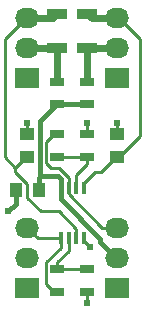
<source format=gbr>
G04 #@! TF.FileFunction,Copper,L1,Top,Signal*
%FSLAX46Y46*%
G04 Gerber Fmt 4.6, Leading zero omitted, Abs format (unit mm)*
G04 Created by KiCad (PCBNEW 4.0.2-stable) date Friday, April 10, 2020 'PMt' 07:46:05 PM*
%MOMM*%
G01*
G04 APERTURE LIST*
%ADD10C,0.100000*%
%ADD11R,1.250000X1.000000*%
%ADD12R,2.032000X1.727200*%
%ADD13O,2.032000X1.727200*%
%ADD14R,1.300000X0.700000*%
%ADD15R,1.700000X0.900000*%
%ADD16R,0.400000X1.100000*%
%ADD17R,1.000000X1.250000*%
%ADD18C,0.609600*%
%ADD19C,0.609600*%
%ADD20C,0.457200*%
%ADD21C,0.254000*%
G04 APERTURE END LIST*
D10*
D11*
X2540000Y13605000D03*
X2540000Y15605000D03*
X10160000Y13605000D03*
X10160000Y15605000D03*
D12*
X2540000Y20320000D03*
D13*
X2540000Y22860000D03*
X2540000Y25400000D03*
D12*
X10160000Y20320000D03*
D13*
X10160000Y22860000D03*
X10160000Y25400000D03*
D12*
X2540000Y2540000D03*
D13*
X2540000Y5080000D03*
X2540000Y7620000D03*
D12*
X10160000Y2540000D03*
D13*
X10160000Y5080000D03*
X10160000Y7620000D03*
D14*
X5080000Y18100000D03*
X5080000Y20000000D03*
X7620000Y18100000D03*
X7620000Y20000000D03*
D15*
X5080000Y25760000D03*
X5080000Y22860000D03*
X7620000Y25760000D03*
X7620000Y22860000D03*
D14*
X5080000Y2225000D03*
X5080000Y4125000D03*
X7620000Y4125000D03*
X7620000Y2225000D03*
X5080000Y15555000D03*
X5080000Y13655000D03*
X7620000Y13655000D03*
X7620000Y15555000D03*
D16*
X5375000Y6740000D03*
X6025000Y6740000D03*
X6675000Y6740000D03*
X7325000Y6740000D03*
X7325000Y11040000D03*
X6675000Y11040000D03*
X6025000Y11040000D03*
X5375000Y11040000D03*
D17*
X3540000Y10795000D03*
X1540000Y10795000D03*
D18*
X889000Y9017000D03*
X7874000Y5969000D03*
X7620000Y1270000D03*
X7620000Y16510000D03*
X10160000Y16510000D03*
X2540000Y16510000D03*
D19*
X5080000Y22860000D02*
X5080000Y20000000D01*
X2540000Y22860000D02*
X5080000Y22860000D01*
D20*
X1540000Y10795000D02*
X1540000Y9668000D01*
X1540000Y9668000D02*
X889000Y9017000D01*
D21*
X7325000Y6740000D02*
X7325000Y6518000D01*
X7325000Y6518000D02*
X7874000Y5969000D01*
X7620000Y2225000D02*
X7620000Y1270000D01*
X7620000Y15555000D02*
X7620000Y16510000D01*
X10160000Y15605000D02*
X10160000Y16510000D01*
X2540000Y15605000D02*
X2540000Y16510000D01*
D19*
X7620000Y22860000D02*
X10160000Y22860000D01*
X7620000Y20000000D02*
X7620000Y22860000D01*
D21*
X6675000Y6740000D02*
X6675000Y7544000D01*
X5202010Y9016990D02*
X3690088Y9016990D01*
X3690088Y9016990D02*
X2540000Y10167078D01*
X2540000Y10167078D02*
X2540000Y11346564D01*
X6675000Y7544000D02*
X5202010Y9016990D01*
X2540000Y11346564D02*
X1519000Y12367564D01*
X1519000Y12367564D02*
X1519000Y12700000D01*
X1519000Y12700000D02*
X635000Y13584000D01*
X1519000Y12709000D02*
X1519000Y12700000D01*
X2540000Y13605000D02*
X2415000Y13605000D01*
X2415000Y13605000D02*
X1519000Y12709000D01*
X635000Y13584000D02*
X635000Y23647400D01*
X2387600Y25400000D02*
X2540000Y25400000D01*
X635000Y23647400D02*
X2387600Y25400000D01*
D19*
X2540000Y25400000D02*
X4720000Y25400000D01*
X4720000Y25400000D02*
X5080000Y25760000D01*
D21*
X8254000Y12319000D02*
X8749000Y12319000D01*
X8749000Y12319000D02*
X10035000Y13605000D01*
X10035000Y13605000D02*
X10160000Y13605000D01*
X7325000Y11390000D02*
X8254000Y12319000D01*
X12065000Y15367000D02*
X12065000Y23647400D01*
X10160000Y13605000D02*
X10285000Y13605000D01*
X12047000Y15367000D02*
X12065000Y15367000D01*
X10285000Y13605000D02*
X12047000Y15367000D01*
X7325000Y11040000D02*
X7325000Y11390000D01*
X12065000Y23647400D02*
X10312400Y25400000D01*
X10312400Y25400000D02*
X10160000Y25400000D01*
D19*
X10160000Y25400000D02*
X7980000Y25400000D01*
X7980000Y25400000D02*
X7620000Y25760000D01*
D20*
X5375000Y11770000D02*
X5165212Y11979788D01*
X5165212Y11979788D02*
X3642588Y11979788D01*
X5375000Y11040000D02*
X5375000Y11770000D01*
X3540000Y10795000D02*
X3540000Y11877200D01*
X3540000Y11877200D02*
X3642588Y11979788D01*
X3642588Y11979788D02*
X3642588Y12115212D01*
X5080000Y18100000D02*
X7620000Y18100000D01*
X5375000Y11040000D02*
X5375000Y10032800D01*
X5375000Y10032800D02*
X8686800Y6721000D01*
X8686800Y6721000D02*
X8686800Y6400800D01*
X8686800Y6400800D02*
X10007600Y5080000D01*
X10007600Y5080000D02*
X10160000Y5080000D01*
X5080000Y18100000D02*
X3642588Y16662588D01*
X3642588Y16662588D02*
X3642588Y12115212D01*
D21*
X5375000Y6740000D02*
X3420000Y6740000D01*
X3420000Y6740000D02*
X2540000Y7620000D01*
X5080000Y2225000D02*
X4780000Y2225000D01*
X5375000Y5936000D02*
X5375000Y6740000D01*
X4780000Y2225000D02*
X4150599Y2854401D01*
X4150599Y2854401D02*
X4150599Y4711599D01*
X4150599Y4711599D02*
X5375000Y5936000D01*
X6025000Y10485000D02*
X6025000Y11040000D01*
X8890000Y7620000D02*
X6025000Y10485000D01*
X10160000Y7620000D02*
X8890000Y7620000D01*
X5169000Y12700000D02*
X4532078Y12700000D01*
X4532078Y12700000D02*
X4150599Y13081479D01*
X4150599Y13081479D02*
X4150599Y14925599D01*
X4150599Y14925599D02*
X4780000Y15555000D01*
X4780000Y15555000D02*
X5080000Y15555000D01*
X6025000Y11040000D02*
X6025000Y11844000D01*
X6025000Y11844000D02*
X5169000Y12700000D01*
X7620000Y4125000D02*
X5080000Y4125000D01*
X5080000Y4125000D02*
X5080000Y4729000D01*
X5080000Y4729000D02*
X6025000Y5674000D01*
X6025000Y5674000D02*
X6025000Y5936000D01*
X6025000Y5936000D02*
X6025000Y6740000D01*
X5080000Y13655000D02*
X7620000Y13655000D01*
X7620000Y13655000D02*
X7620000Y13051000D01*
X7620000Y13051000D02*
X6675000Y12106000D01*
X6675000Y12106000D02*
X6675000Y11844000D01*
X6675000Y11844000D02*
X6675000Y11040000D01*
M02*

</source>
